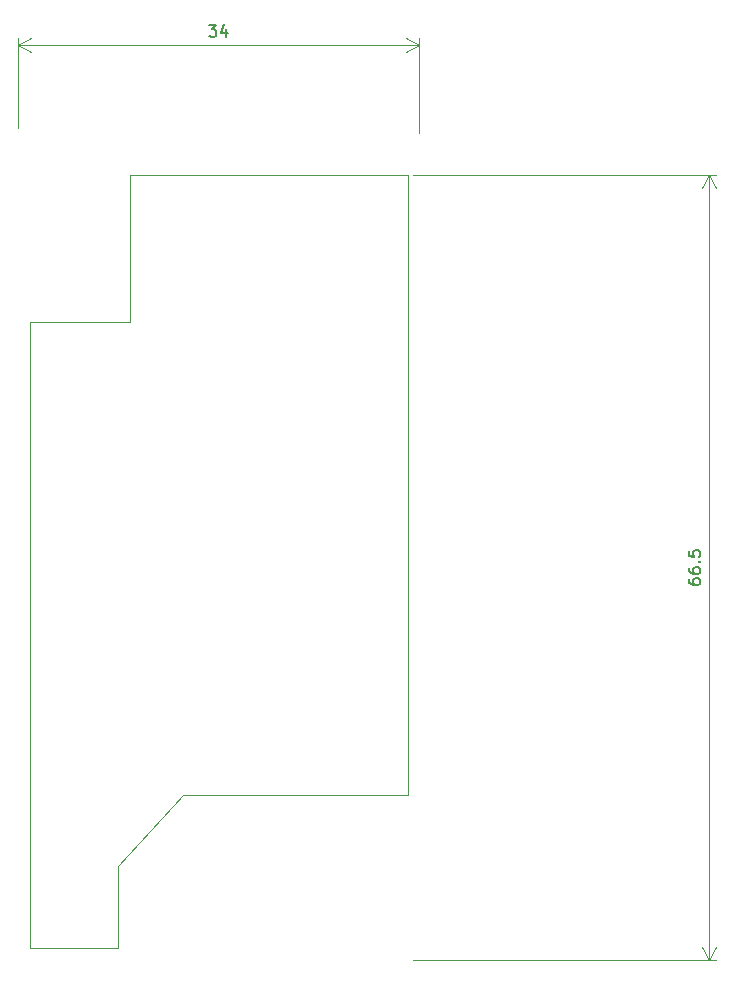
<source format=gm1>
%TF.GenerationSoftware,KiCad,Pcbnew,9.0.3*%
%TF.CreationDate,2025-08-16T09:01:18+02:00*%
%TF.ProjectId,PicoCalcPiZero,5069636f-4361-46c6-9350-695a65726f2e,rev?*%
%TF.SameCoordinates,Original*%
%TF.FileFunction,Profile,NP*%
%FSLAX46Y46*%
G04 Gerber Fmt 4.6, Leading zero omitted, Abs format (unit mm)*
G04 Created by KiCad (PCBNEW 9.0.3) date 2025-08-16 09:01:18*
%MOMM*%
%LPD*%
G01*
G04 APERTURE LIST*
%TA.AperFunction,Profile*%
%ADD10C,0.050000*%
%TD*%
%ADD11C,0.150000*%
G04 APERTURE END LIST*
D10*
X124000000Y-64000000D02*
X124000000Y-116500000D01*
X124000000Y-116500000D02*
X105000000Y-116500000D01*
X99500000Y-129500000D02*
X92000000Y-129500000D01*
X100500000Y-64000000D02*
X124000000Y-64000000D01*
X92000000Y-129500000D02*
X92000000Y-76500000D01*
X99500000Y-122500000D02*
X99500000Y-129500000D01*
X105000000Y-116500000D02*
X99500000Y-122500000D01*
X92000000Y-76500000D02*
X100500000Y-76500000D01*
X100500000Y-76500000D02*
X100500000Y-64000000D01*
D11*
X147804819Y-98249999D02*
X147804819Y-98440475D01*
X147804819Y-98440475D02*
X147852438Y-98535713D01*
X147852438Y-98535713D02*
X147900057Y-98583332D01*
X147900057Y-98583332D02*
X148042914Y-98678570D01*
X148042914Y-98678570D02*
X148233390Y-98726189D01*
X148233390Y-98726189D02*
X148614342Y-98726189D01*
X148614342Y-98726189D02*
X148709580Y-98678570D01*
X148709580Y-98678570D02*
X148757200Y-98630951D01*
X148757200Y-98630951D02*
X148804819Y-98535713D01*
X148804819Y-98535713D02*
X148804819Y-98345237D01*
X148804819Y-98345237D02*
X148757200Y-98249999D01*
X148757200Y-98249999D02*
X148709580Y-98202380D01*
X148709580Y-98202380D02*
X148614342Y-98154761D01*
X148614342Y-98154761D02*
X148376247Y-98154761D01*
X148376247Y-98154761D02*
X148281009Y-98202380D01*
X148281009Y-98202380D02*
X148233390Y-98249999D01*
X148233390Y-98249999D02*
X148185771Y-98345237D01*
X148185771Y-98345237D02*
X148185771Y-98535713D01*
X148185771Y-98535713D02*
X148233390Y-98630951D01*
X148233390Y-98630951D02*
X148281009Y-98678570D01*
X148281009Y-98678570D02*
X148376247Y-98726189D01*
X147804819Y-97297618D02*
X147804819Y-97488094D01*
X147804819Y-97488094D02*
X147852438Y-97583332D01*
X147852438Y-97583332D02*
X147900057Y-97630951D01*
X147900057Y-97630951D02*
X148042914Y-97726189D01*
X148042914Y-97726189D02*
X148233390Y-97773808D01*
X148233390Y-97773808D02*
X148614342Y-97773808D01*
X148614342Y-97773808D02*
X148709580Y-97726189D01*
X148709580Y-97726189D02*
X148757200Y-97678570D01*
X148757200Y-97678570D02*
X148804819Y-97583332D01*
X148804819Y-97583332D02*
X148804819Y-97392856D01*
X148804819Y-97392856D02*
X148757200Y-97297618D01*
X148757200Y-97297618D02*
X148709580Y-97249999D01*
X148709580Y-97249999D02*
X148614342Y-97202380D01*
X148614342Y-97202380D02*
X148376247Y-97202380D01*
X148376247Y-97202380D02*
X148281009Y-97249999D01*
X148281009Y-97249999D02*
X148233390Y-97297618D01*
X148233390Y-97297618D02*
X148185771Y-97392856D01*
X148185771Y-97392856D02*
X148185771Y-97583332D01*
X148185771Y-97583332D02*
X148233390Y-97678570D01*
X148233390Y-97678570D02*
X148281009Y-97726189D01*
X148281009Y-97726189D02*
X148376247Y-97773808D01*
X148709580Y-96773808D02*
X148757200Y-96726189D01*
X148757200Y-96726189D02*
X148804819Y-96773808D01*
X148804819Y-96773808D02*
X148757200Y-96821427D01*
X148757200Y-96821427D02*
X148709580Y-96773808D01*
X148709580Y-96773808D02*
X148804819Y-96773808D01*
X147804819Y-95821428D02*
X147804819Y-96297618D01*
X147804819Y-96297618D02*
X148281009Y-96345237D01*
X148281009Y-96345237D02*
X148233390Y-96297618D01*
X148233390Y-96297618D02*
X148185771Y-96202380D01*
X148185771Y-96202380D02*
X148185771Y-95964285D01*
X148185771Y-95964285D02*
X148233390Y-95869047D01*
X148233390Y-95869047D02*
X148281009Y-95821428D01*
X148281009Y-95821428D02*
X148376247Y-95773809D01*
X148376247Y-95773809D02*
X148614342Y-95773809D01*
X148614342Y-95773809D02*
X148709580Y-95821428D01*
X148709580Y-95821428D02*
X148757200Y-95869047D01*
X148757200Y-95869047D02*
X148804819Y-95964285D01*
X148804819Y-95964285D02*
X148804819Y-96202380D01*
X148804819Y-96202380D02*
X148757200Y-96297618D01*
X148757200Y-96297618D02*
X148709580Y-96345237D01*
D10*
X124500000Y-64000000D02*
X150086420Y-64000000D01*
X150086420Y-130500000D02*
X124500000Y-130500000D01*
X149500000Y-64000000D02*
X149500000Y-130500000D01*
X149500000Y-64000000D02*
X150086421Y-65126504D01*
X149500000Y-64000000D02*
X148913579Y-65126504D01*
X149500000Y-130500000D02*
X148913579Y-129373496D01*
X149500000Y-130500000D02*
X150086421Y-129373496D01*
D11*
X107190476Y-51304819D02*
X107809523Y-51304819D01*
X107809523Y-51304819D02*
X107476190Y-51685771D01*
X107476190Y-51685771D02*
X107619047Y-51685771D01*
X107619047Y-51685771D02*
X107714285Y-51733390D01*
X107714285Y-51733390D02*
X107761904Y-51781009D01*
X107761904Y-51781009D02*
X107809523Y-51876247D01*
X107809523Y-51876247D02*
X107809523Y-52114342D01*
X107809523Y-52114342D02*
X107761904Y-52209580D01*
X107761904Y-52209580D02*
X107714285Y-52257200D01*
X107714285Y-52257200D02*
X107619047Y-52304819D01*
X107619047Y-52304819D02*
X107333333Y-52304819D01*
X107333333Y-52304819D02*
X107238095Y-52257200D01*
X107238095Y-52257200D02*
X107190476Y-52209580D01*
X108666666Y-51638152D02*
X108666666Y-52304819D01*
X108428571Y-51257200D02*
X108190476Y-51971485D01*
X108190476Y-51971485D02*
X108809523Y-51971485D01*
D10*
X91000000Y-60000000D02*
X91000000Y-52413580D01*
X125000000Y-52413580D02*
X125000000Y-60500000D01*
X91000000Y-53000000D02*
X125000000Y-53000000D01*
X91000000Y-53000000D02*
X92126504Y-52413579D01*
X91000000Y-53000000D02*
X92126504Y-53586421D01*
X125000000Y-53000000D02*
X123873496Y-53586421D01*
X125000000Y-53000000D02*
X123873496Y-52413579D01*
M02*

</source>
